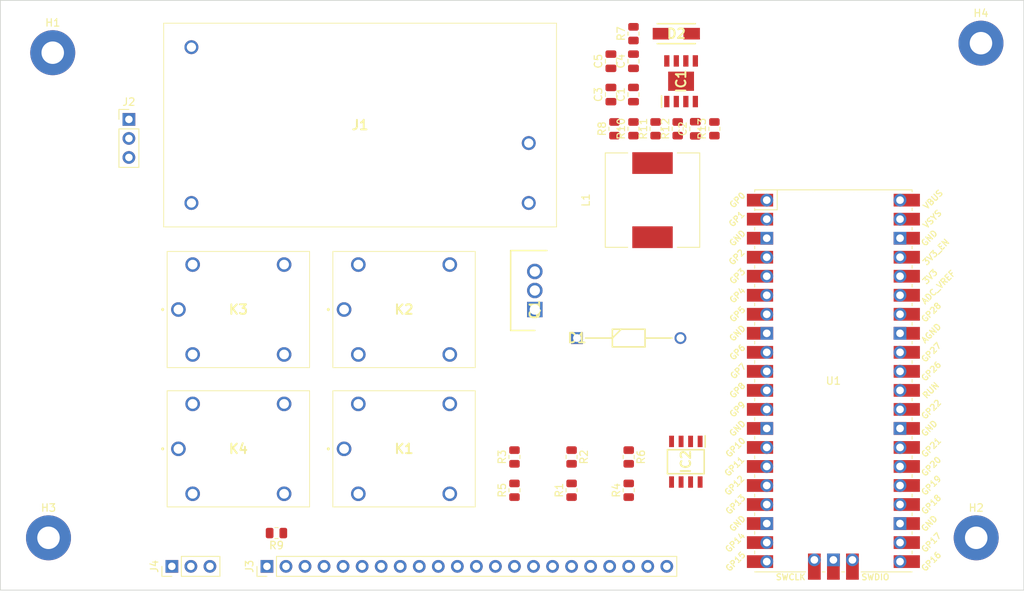
<source format=kicad_pcb>
(kicad_pcb (version 20211014) (generator pcbnew)
  (layers (0 "F.Cu" signal) (31 "B.Cu" signal) (34 "B.Paste" user) (35 "F.Paste" user) (36 "B.SilkS" user "B.Silkscreen") (37 "F.SilkS" user "F.Silkscreen") (38 "B.Mask" user) (39 "F.Mask" user) (44 "Edge.Cuts" user))
  (net 0 "")
  (net 1 "Net-(C1-Pad1)")
  (net 2 "Net-(C1-Pad2)")
  (net 3 "GND")
  (net 4 "Net-(C3-Pad1)")
  (net 5 "Net-(C3-Pad2)")
  (net 6 "24V")
  (net 7 "5V")
  (net 8 "COND")
  (net 9 "Net-(H1-Pad1)")
  (net 10 "Net-(IC1-Pad2)")
  (net 11 "Net-(IC1-Pad4)")
  (net 12 "Net-(IC1-Pad6)")
  (net 13 "RO")
  (net 14 "RE")
  (net 15 "DE")
  (net 16 "DI")
  (net 17 "A")
  (net 18 "B")
  (net 19 "L1")
  (net 20 "N")
  (net 21 "AlarmNC2")
  (net 22 "AlarmNO2")
  (net 23 "AlarmC2")
  (net 24 "AlarmNC1")
  (net 25 "AlarmNO1")
  (net 26 "AlarmC1")
  (net 27 "ZDSENSE")
  (net 28 "4-20mA input")
  (net 29 "PressureOUT")
  (net 30 "PressureIN")
  (net 31 "G")
  (net 32 "R")
  (net 33 "Net-(K1-Pad2)")
  (net 34 "3v3")
  (net 35 "ZD")
  (net 37 "ALARM")
  (net 38 "PSin")
  (net 39 "PSout")
  (footprint "Resistor_SMD:R_0805_2012Metric" (layer "F.Cu") (at 158.115 116.205 90)
    (fp_text reference "R3" (at 0 -1.65 90) (layer "F.SilkS"))
    (fp_text value "150")
    (fp_line (start -0.227064 -0.735) (end 0.227064 -0.735) (layer "F.SilkS") (width 0.12))
    (fp_line (start -0.227064 0.735) (end 0.227064 0.735) (layer "F.SilkS") (width 0.12))
    (pad "1" smd roundrect (at -0.9125 0 90) (size 1.025 1.4) (layers "F.Cu" "F.Paste" "F.Mask") (roundrect_rratio 0.243902439) (net 28 "4-20mA input"))
    (pad "2" smd roundrect (at 0.9125 0 90) (size 1.025 1.4) (layers "F.Cu" "F.Paste" "F.Mask") (roundrect_rratio 0.243902439) (net 3 "GND"))
  )
  (footprint "Capacitor_SMD:C_0805_2012Metric" (layer "F.Cu") (at 182.245 72.39 90)
    (fp_text reference "C2" (at 0 -1.68 90) (layer "F.SilkS"))
    (fp_text value "NS")
    (fp_line (start -0.261252 0.735) (end 0.261252 0.735) (layer "F.SilkS") (width 0.12))
    (fp_line (start -0.261252 -0.735) (end 0.261252 -0.735) (layer "F.SilkS") (width 0.12))
    (pad "1" smd roundrect (at -0.95 0 90) (size 1 1.45) (layers "F.Cu" "F.Paste" "F.Mask") (net 1 "Net-(C1-Pad1)"))
    (pad "2" smd roundrect (at 0.95 0 90) (size 1 1.45) (layers "F.Cu" "F.Paste" "F.Mask") (net 3 "GND"))
  )
  (footprint "MountingHole:MountingHole_3mm_Pad" (layer "F.Cu") (at 95.955 127)
    (fp_text reference "H3" (at 0 -4) (layer "F.SilkS"))
    (fp_text value "PE")
    (pad "1" thru_hole circle (at 0 0) (size 6 6) (drill 3) (layers *.Cu *.Mask) (net 9 "Net-(H1-Pad1)"))
  )
  (footprint "SamacSys_Parts:SOIC127P600X175-8N" (layer "F.Cu") (at 180.975 116.84 -90)
    (fp_text reference "IC2" (at 0 0 90) (layer "F.SilkS") (effects (font (size 1.27 1.27) (thickness 0.254))))
    (fp_text value "MAX485CSA+T" hide)
    (fp_line (start -1.6 -2.45) (end 1.6 -2.45) (layer "F.SilkS") (width 0.2))
    (fp_line (start -3.475 -2.58) (end -1.95 -2.58) (layer "F.SilkS") (width 0.2))
    (fp_line (start 1.6 2.45) (end -1.6 2.45) (layer "F.SilkS") (width 0.2))
    (fp_line (start -1.6 2.45) (end -1.6 -2.45) (layer "F.SilkS") (width 0.2))
    (fp_line (start 1.6 -2.45) (end 1.6 2.45) (layer "F.SilkS") (width 0.2))
    (pad "1" smd rect locked (at -2.712 -1.905) (size 0.65 1.525) (layers "F.Cu" "F.Paste" "F.Mask") (net 13 "RO"))
    (pad "2" smd rect locked (at -2.712 -0.635) (size 0.65 1.525) (layers "F.Cu" "F.Paste" "F.Mask") (net 14 "RE"))
    (pad "3" smd rect locked (at -2.712 0.635) (size 0.65 1.525) (layers "F.Cu" "F.Paste" "F.Mask") (net 15 "DE"))
    (pad "4" smd rect locked (at -2.712 1.905) (size 0.65 1.525) (layers "F.Cu" "F.Paste" "F.Mask") (net 16 "DI"))
    (pad "5" smd rect locked (at 2.712 1.905) (size 0.65 1.525) (layers "F.Cu" "F.Paste" "F.Mask") (net 3 "GND"))
    (pad "6" smd rect locked (at 2.712 0.635) (size 0.65 1.525) (layers "F.Cu" "F.Paste" "F.Mask") (net 17 "A"))
    (pad "7" smd rect locked (at 2.712 -0.635) (size 0.65 1.525) (layers "F.Cu" "F.Paste" "F.Mask") (net 18 "B"))
    (pad "8" smd rect locked (at 2.712 -1.905) (size 0.65 1.525) (layers "F.Cu" "F.Paste" "F.Mask") (net 7 "5V"))
  )
  (footprint "Resistor_SMD:R_0805_2012Metric" (layer "F.Cu") (at 179.89 72.39 90)
    (fp_text reference "R12" (at 0 -1.65 90) (layer "F.SilkS"))
    (fp_text value "40.2k")
    (fp_line (start -0.227064 0.735) (end 0.227064 0.735) (layer "F.SilkS") (width 0.12))
    (fp_line (start -0.227064 -0.735) (end 0.227064 -0.735) (layer "F.SilkS") (width 0.12))
    (pad "1" smd roundrect (at -0.9125 0 90) (size 1.025 1.4) (layers "F.Cu" "F.Paste" "F.Mask") (roundrect_rratio 0.243902439) (net 11 "Net-(IC1-Pad4)"))
    (pad "2" smd roundrect (at 0.9125 0 90) (size 1.025 1.4) (layers "F.Cu" "F.Paste" "F.Mask") (roundrect_rratio 0.243902439) (net 3 "GND"))
  )
  (footprint "SamacSys_Parts:833H1CC24VDC" (layer "F.Cu") (at 113.285 115.12)
    (fp_text reference "K4" (at 8 0) (layer "F.SilkS") (effects (font (size 1.27 1.27) (thickness 0.254))))
    (fp_text value "833H-1C-C-24VDC" hide)
    (fp_line (start -2.1 -0.1) (end -2.1 -0.1) (layer "F.SilkS") (width 0.2))
    (fp_line (start -1.5 -7.75) (end -1.5 7.75) (layer "F.SilkS") (width 0.1))
    (fp_line (start 17.5 7.75) (end 17.5 -7.75) (layer "F.SilkS") (width 0.1))
    (fp_line (start -1.5 7.75) (end 17.5 7.75) (layer "F.SilkS") (width 0.1))
    (fp_line (start -2.1 0.1) (end -2.1 0.1) (layer "F.SilkS") (width 0.2))
    (fp_line (start 17.5 -7.75) (end -1.5 -7.75) (layer "F.SilkS") (width 0.1))
    (fp_arc (start -2.1 0.1) (mid -2.2 0) (end -2.1 -0.1) (layer "F.SilkS") (width 0.2))
    (fp_arc (start -2.1 -0.1) (mid -2 0) (end -2.1 0.1) (layer "F.SilkS") (width 0.2))
    (pad "1" thru_hole circle locked (at 0 0) (size 1.95 1.95) (drill 1.3) (layers *.Cu *.Mask) (net 6 "24V"))
    (pad "2" thru_hole circle locked (at 1.9 6) (size 1.95 1.95) (drill 1.3) (layers *.Cu *.Mask) (net 33 "Net-(K1-Pad2)"))
    (pad "3" thru_hole circle locked (at 14.1 6) (size 1.95 1.95) (drill 1.3) (layers *.Cu *.Mask) (net 31 "G"))
    (pad "4" thru_hole circle locked (at 14.1 -6) (size 1.95 1.95) (drill 1.3) (layers *.Cu *.Mask) (net 32 "R"))
    (pad "5" thru_hole circle locked (at 1.9 -6) (size 1.95 1.95) (drill 1.3) (layers *.Cu *.Mask) (net 3 "GND"))
  )
  (footprint "Resistor_SMD:R_0805_2012Metric" (layer "F.Cu") (at 173.355 116.205 -90)
    (fp_text reference "R6" (at 0 -1.65 90) (layer "F.SilkS"))
    (fp_text value "2k")
    (fp_line (start -0.227064 0.735) (end 0.227064 0.735) (layer "F.SilkS") (width 0.12))
    (fp_line (start -0.227064 -0.735) (end 0.227064 -0.735) (layer "F.SilkS") (width 0.12))
    (pad "1" smd roundrect (at -0.9125 0 270) (size 1.025 1.4) (layers "F.Cu" "F.Paste" "F.Mask") (roundrect_rratio 0.243902439) (net 3 "GND"))
    (pad "2" smd roundrect (at 0.9125 0 270) (size 1.025 1.4) (layers "F.Cu" "F.Paste" "F.Mask") (roundrect_rratio 0.243902439) (net 39 "PSout"))
  )
  (footprint "Resistor_SMD:R_0805_2012Metric" (layer "F.Cu") (at 165.735 120.65 90)
    (fp_text reference "R1" (at 0 -1.65 90) (layer "F.SilkS"))
    (fp_text value "1k")
    (fp_line (start -0.227064 0.735) (end 0.227064 0.735) (layer "F.SilkS") (width 0.12))
    (fp_line (start -0.227064 -0.735) (end 0.227064 -0.735) (layer "F.SilkS") (width 0.12))
    (pad "1" smd roundrect (at -0.9125 0 90) (size 1.025 1.4) (layers "F.Cu" "F.Paste" "F.Mask") (roundrect_rratio 0.243902439) (net 30 "PressureIN"))
    (pad "2" smd roundrect (at 0.9125 0 90) (size 1.025 1.4) (layers "F.Cu" "F.Paste" "F.Mask") (roundrect_rratio 0.243902439) (net 38 "PSin"))
  )
  (footprint "Capacitor_SMD:C_0805_2012Metric" (layer "F.Cu") (at 173.99 63.37 90)
    (fp_text reference "C4" (at 0 -1.68 90) (layer "F.SilkS"))
    (fp_text value "10uF")
    (fp_line (start -0.261252 -0.735) (end 0.261252 -0.735) (layer "F.SilkS") (width 0.12))
    (fp_line (start -0.261252 0.735) (end 0.261252 0.735) (layer "F.SilkS") (width 0.12))
    (pad "1" smd roundrect (at -0.95 0 90) (size 1 1.45) (layers "F.Cu" "F.Paste" "F.Mask") (net 6 "24V"))
    (pad "2" smd roundrect (at 0.95 0 90) (size 1 1.45) (layers "F.Cu" "F.Paste" "F.Mask") (net 3 "GND"))
  )
  (footprint "SamacSys_Parts:SOIC127P600X170-9N" (layer "F.Cu") (at 180.34 66.04 90)
    (fp_text reference "IC1" (at 0 0 90) (layer "F.SilkS") (effects (font (size 1.27 1.27) (thickness 0.254))))
    (fp_text value "MP4462DN-Z-LF" hide)
    (fp_line (start -3.475 -2.605) (end -1.95 -2.605) (layer "F.SilkS") (width 0.2))
    (pad "1" smd rect locked (at -2.712 -1.905 180) (size 0.7 1.525) (layers "F.Cu" "F.Paste" "F.Mask") (net 4 "Net-(C3-Pad1)"))
    (pad "2" smd rect locked (at -2.712 -0.635 180) (size 0.7 1.525) (layers "F.Cu" "F.Paste" "F.Mask") (net 10 "Net-(IC1-Pad2)"))
    (pad "3" smd rect locked (at -2.712 0.635 180) (size 0.7 1.525) (layers "F.Cu" "F.Paste" "F.Mask") (net 1 "Net-(C1-Pad1)"))
    (pad "4" smd rect locked (at -2.712 1.905 180) (size 0.7 1.525) (layers "F.Cu" "F.Paste" "F.Mask") (net 11 "Net-(IC1-Pad4)"))
    (pad "5" smd rect locked (at 2.712 1.905 180) (size 0.7 1.525) (layers "F.Cu" "F.Paste" "F.Mask") (net 3 "GND"))
    (pad "6" smd rect locked (at 2.712 0.635 180) (size 0.7 1.525) (layers "F.Cu" "F.Paste" "F.Mask") (net 12 "Net-(IC1-Pad6)"))
    (pad "7" smd rect locked (at 2.712 -0.635 180) (size 0.7 1.525) (layers "F.Cu" "F.Paste" "F.Mask") (net 6 "24V"))
    (pad "8" smd rect locked (at 2.712 -1.905 180) (size 0.7 1.525) (layers "F.Cu" "F.Paste" "F.Mask") (net 5 "Net-(C3-Pad2)"))
    (pad "9" smd rect locked (at 0 0 90) (size 2.56 3.45) (layers "F.Cu" "F.Paste" "F.Mask") (net 3 "GND"))
  )
  (footprint "SamacSys_Parts:DIONM5127X229N" (layer "F.Cu") (at 179.705 59.69)
    (fp_text reference "D2" (at 0 0) (layer "F.SilkS") (effects (font (size 1.27 1.27) (thickness 0.254))))
    (fp_text value "lowfd" hide)
    (fp_line (start 2.545 -1.332) (end -2.545 -1.332) (layer "F.SilkS") (width 0.2))
    (fp_line (start -2.545 1.332) (end 2.545 1.332) (layer "F.SilkS") (width 0.2))
    (pad "1" smd rect locked (at -2.05 0 90) (size 1.55 2.2) (layers "F.Cu" "F.Paste" "F.Mask") (net 5 "Net-(C3-Pad2)"))
    (pad "2" smd rect locked (at 2.05 0 90) (size 1.55 2.2) (layers "F.Cu" "F.Paste" "F.Mask") (net 3 "GND"))
  )
  (footprint "SamacSys_Parts:DIOAD1380W86L436D236" (layer "F.Cu") (at 166.4555 100.33)
    (fp_text reference "D1" (at 0 0) (layer "F.SilkS") (effects (font (size 1.27 1.27) (thickness 0.254))))
    (fp_text value "1N4733A" hide)
    (fp_line (start 1.138 0) (end 4.722 0) (layer "F.SilkS") (width 0.2))
    (fp_line (start 4.722 -1.18) (end 9.078 -1.18) (layer "F.SilkS") (width 0.2))
    (fp_line (start 9.078 -1.18) (end 9.078 1.18) (layer "F.SilkS") (width 0.2))
    (fp_line (start 9.078 1.18) (end 4.722 1.18) (layer "F.SilkS") (width 0.2))
    (fp_line (start 4.722 0) (end 5.902 -1.18) (layer "F.SilkS") (width 0.2))
    (fp_line (start 4.722 1.18) (end 4.722 -1.18) (layer "F.SilkS") (width 0.2))
    (fp_line (start 9.078 0) (end 12.662 0) (layer "F.SilkS") (width 0.2))
    (pad "1" thru_hole rect locked (at 0 0) (size 1.575 1.575) (drill 1.05) (layers *.Cu *.Mask) (net 8 "COND"))
    (pad "2" thru_hole circle locked (at 13.8 0) (size 1.575 1.575) (drill 1.05) (layers *.Cu *.Mask) (net 3 "GND"))
  )
  (footprint "Resistor_SMD:R_0805_2012Metric" (layer "F.Cu") (at 173.99 72.39 90)
    (fp_text reference "R10" (at 0 -1.65 90) (layer "F.SilkS"))
    (fp_text value "100K")
    (fp_line (start -0.227064 0.735) (end 0.227064 0.735) (layer "F.SilkS") (width 0.12))
    (fp_line (start -0.227064 -0.735) (end 0.227064 -0.735) (layer "F.SilkS") (width 0.12))
    (pad "1" smd roundrect (at -0.9125 0 90) (size 1.025 1.4) (layers "F.Cu" "F.Paste" "F.Mask") (roundrect_rratio 0.243902439) (net 2 "Net-(C1-Pad2)"))
    (pad "2" smd roundrect (at 0.9125 0 90) (size 1.025 1.4) (layers "F.Cu" "F.Paste" "F.Mask") (roundrect_rratio 0.243902439) (net 3 "GND"))
  )
  (footprint "MountingHole:MountingHole_3mm_Pad" (layer "F.Cu") (at 220.345 60.96)
    (fp_text reference "H4" (at 0 -4) (layer "F.SilkS"))
    (fp_text value "PE")
    (pad "1" thru_hole circle (at 0 0) (size 6 6) (drill 3) (layers *.Cu *.Mask) (net 9 "Net-(H1-Pad1)"))
  )
  (footprint "Resistor_SMD:R_0805_2012Metric" (layer "F.Cu") (at 176.94 72.39 90)
    (fp_text reference "R11" (at 0 -1.65 90) (layer "F.SilkS"))
    (fp_text value "200k")
    (fp_line (start -0.227064 0.735) (end 0.227064 0.735) (layer "F.SilkS") (width 0.12))
    (fp_line (start -0.227064 -0.735) (end 0.227064 -0.735) (layer "F.SilkS") (width 0.12))
    (pad "1" smd roundrect (at -0.9125 0 90) (size 1.025 1.4) (layers "F.Cu" "F.Paste" "F.Mask") (roundrect_rratio 0.243902439) (net 12 "Net-(IC1-Pad6)"))
    (pad "2" smd roundrect (at 0.9125 0 90) (size 1.025 1.4) (layers "F.Cu" "F.Paste" "F.Mask") (roundrect_rratio 0.243902439) (net 3 "GND"))
  )
  (footprint "SamacSys_Parts:833H1CC24VDC" (layer "F.Cu") (at 135.385 115.12)
    (fp_text reference "K1" (at 8 0) (layer "F.SilkS") (effects (font (size 1.27 1.27) (thickness 0.254))))
    (fp_text value "833H-1C-C-24VDC" hide)
    (fp_line (start -1.5 -7.75) (end -1.5 7.75) (layer "F.SilkS") (width 0.1))
    (fp_line (start -2.1 -0.1) (end -2.1 -0.1) (layer "F.SilkS") (width 0.2))
    (fp_line (start -2.1 0.1) (end -2.1 0.1) (layer "F.SilkS") (width 0.2))
    (fp_line (start -1.5 7.75) (end 17.5 7.75) (layer "F.SilkS") (width 0.1))
    (fp_line (start 17.5 7.75) (end 17.5 -7.75) (layer "F.SilkS") (width 0.1))
    (fp_line (start 17.5 -7.75) (end -1.5 -7.75) (layer "F.SilkS") (width 0.1))
    (fp_arc (start -2.1 -0.1) (mid -2 0) (end -2.1 0.1) (layer "F.SilkS") (width 0.2))
    (fp_arc (start -2.1 0.1) (mid -2.2 0) (end -2.1 -0.1) (layer "F.SilkS") (width 0.2))
    (pad "1" thru_hole circle locked (at 0 0) (size 1.95 1.95) (drill 1.3) (layers *.Cu *.Mask) (net 26 "AlarmC1"))
    (pad "2" thru_hole circle locked (at 1.9 6) (size 1.95 1.95) (drill 1.3) (layers *.Cu *.Mask) (net 33 "Net-(K1-Pad2)"))
    (pad "3" thru_hole circle locked (at 14.1 6) (size 1.95 1.95) (drill 1.3) (layers *.Cu *.Mask) (net 25 "AlarmNO1"))
    (pad "4" thru_hole circle locked (at 14.1 -6) (size 1.95 1.95) (drill 1.3) (layers *.Cu *.Mask) (net 24 "AlarmNC1"))
    (pad "5" thru_hole circle locked (at 1.9 -6) (size 1.95 1.95) (drill 1.3) (layers *.Cu *.Mask) (net 3 "GND"))
  )
  (footprint "Resistor_SMD:R_0805_2012Metric" (layer "F.Cu") (at 126.365 126.365 180)
    (fp_text reference "R9" (at 0 -1.65) (layer "F.SilkS"))
    (fp_text value "120")
    (fp_line (start -0.227064 -0.735) (end 0.227064 -0.735) (layer "F.SilkS") (width 0.12))
    (fp_line (start -0.227064 0.735) (end 0.227064 0.735) (layer "F.SilkS") (width 0.12))
    (pad "1" smd roundrect (at -0.9125 0 180) (size 1.025 1.4) (layers "F.Cu" "F.Paste" "F.Mask") (roundrect_rratio 0.243902439) (net 18 "B"))
    (pad "2" smd roundrect (at 0.9125 0 180) (size 1.025 1.4) (layers "F.Cu" "F.Paste" "F.Mask") (roundrect_rratio 0.243902439) (net 17 "A"))
  )
  (footprint "Connector_PinHeader_2.54mm:PinHeader_1x03_P2.54mm_Vertical" (layer "F.Cu") (at 112.41 130.81 90)
    (fp_text reference "J4" (at 0 -2.33 90) (layer "F.SilkS"))
    (fp_text value "LED")
    (fp_line (start 1.33 1.27) (end 1.33 6.41) (layer "F.SilkS") (width 0.12))
    (fp_line (start -1.33 6.41) (end 1.33 6.41) (layer "F.SilkS") (width 0.12))
    (fp_line (start -1.33 0) (end -1.33 -1.33) (layer "F.SilkS") (width 0.12))
    (fp_line (start -1.33 1.27) (end -1.33 6.41) (layer "F.SilkS") (width 0.12))
    (fp_line (start -1.33 -1.33) (end 0 -1.33) (layer "F.SilkS") (width 0.12))
    (fp_line (start -1.33 1.27) (end 1.33 1.27) (layer "F.SilkS") (width 0.12))
    (pad "1" thru_hole rect (at 0 0 90) (size 1.7 1.7) (drill 1) (layers *.Cu *.Mask) (net 3 "GND"))
    (pad "2" thru_hole oval (at 0 2.54 90) (size 1.7 1.7) (drill 1) (layers *.Cu *.Mask) (net 31 "G"))
    (pad "3" thru_hole oval (at 0 5.08 90) (size 1.7 1.7) (drill 1) (layers *.Cu *.Mask) (net 32 "R"))
  )
  (footprint "Capacitor_SMD:C_0805_2012Metric" (layer "F.Cu") (at 170.98 67.82 90)
    (fp_text reference "C3" (at 0 -1.68 90) (layer "F.SilkS"))
    (fp_text value "100nF")
    (fp_line (start -0.261252 0.735) (end 0.261252 0.735) (layer "F.SilkS") (width 0.12))
    (fp_line (start -0.261252 -0.735) (end 0.261252 -0.735) (layer "F.SilkS") (width 0.12))
    (pad "1" smd roundrect (at -0.95 0 90) (size 1 1.45) (layers "F.Cu" "F.Paste" "F.Mask") (net 4 "Net-(C3-Pad1)"))
    (pad "2" smd roundrect (at 0.95 0 90) (size 1 1.45) (layers "F.Cu" "F.Paste" "F.Mask") (net 5 "Net-(C3-Pad2)"))
  )
  (footprint "Resistor_SMD:R_0805_2012Metric" (layer "F.Cu") (at 165.735 116.205 -90)
    (fp_text reference "R2" (at 0 -1.65 90) (layer "F.SilkS"))
    (fp_text value "2k")
    (fp_line (start -0.227064 -0.735) (end 0.227064 -0.735) (layer "F.SilkS") (width 0.12))
    (fp_line (start -0.227064 0.735) (end 0.227064 0.735) (layer "F.SilkS") (width 0.12))
    (pad "1" smd roundrect (at -0.9125 0 270) (size 1.025 1.4) (layers "F.Cu" "F.Paste" "F.Mask") (roundrect_rratio 0.243902439) (net 3 "GND"))
    (pad "2" smd roundrect (at 0.9125 0 270) (size 1.025 1.4) (layers "F.Cu" "F.Paste" "F.Mask") (roundrect_rratio 0.243902439) (net 38 "PSin"))
  )
  (footprint "Capacitor_SMD:C_0805_2012Metric" (layer "F.Cu") (at 170.98 63.37 90)
    (fp_text reference "C5" (at 0 -1.68 90) (layer "F.SilkS"))
    (fp_text value "22uF")
    (fp_line (start -0.261252 0.735) (end 0.261252 0.735) (layer "F.SilkS") (width 0.12))
    (fp_line (start -0.261252 -0.735) (end 0.261252 -0.735) (layer "F.SilkS") (width 0.12))
    (pad "1" smd roundrect (at -0.95 0 90) (size 1 1.45) (layers "F.Cu" "F.Paste" "F.Mask") (net 7 "5V"))
    (pad "2" smd roundrect (at 0.95 0 90) (size 1 1.45) (layers "F.Cu" "F.Paste" "F.Mask") (net 3 "GND"))
  )
  (footprint "Connector_PinHeader_2.54mm:PinHeader_1x22_P2.54mm_Vertical" (layer "F.Cu") (at 125.095 130.81 90)
    (fp_text reference "J3" (at 0 -2.33 90) (layer "F.SilkS"))
    (fp_text value "Connections")
    (fp_line (start -1.33 1.27) (end -1.33 54.67) (layer "F.SilkS") (width 0.12))
    (fp_line (start -1.33 54.67) (end 1.33 54.67) (layer "F.SilkS") (width 0.12))
    (fp_line (start -1.33 -1.33) (end 0 -1.33) (layer "F.SilkS") (width 0.12))
    (fp_line (start 1.33 1.27) (end 1.33 54.67) (layer "F.SilkS") (width 0.12))
    (fp_line (start -1.33 0) (end -1.33 -1.33) (layer "F.SilkS") (width 0.12))
    (fp_line (start -1.33 1.27) (end 1.33 1.27) (layer "F.SilkS") (width 0.12))
    (pad "1" thru_hole rect (at 0 0 90) (size 1.7 1.7) (drill 1) (layers *.Cu *.Mask) (net 17 "A"))
    (pad "2" thru_hole oval (at 0 2.54 90) (size 1.7 1.7) (drill 1) (layers *.Cu *.Mask) (net 18 "B"))
    (pad "3" thru_hole oval (at 0 5.08 90) (size 1.7 1.7) (drill 1) (layers *.Cu *.Mask) (net 3 "GND"))
    (pad "4" thru_hole oval (at 0 7.62 90) (size 1.7 1.7) (drill 1) (layers *.Cu *.Mask) (net 21 "AlarmNC2"))
    (pad "5" thru_hole oval (at 0 10.16 90) (size 1.7 1.7) (drill 1) (layers *.Cu *.Mask) (net 22 "AlarmNO2"))
    (pad "6" thru_hole oval (at 0 12.7 90) (size 1.7 1.7) (drill 1) (layers *.Cu *.Mask) (net 23 "AlarmC2"))
    (pad "7" thru_hole oval (at 0 15.24 90) (size 1.7 1.7) (drill 1) (layers *.Cu *.Mask) (net 24 "AlarmNC1"))
    (pad "8" thru_hole oval (at 0 17.78 90) (size 1.7 1.7) (drill 1) (layers *.Cu *.Mask) (net 25 "AlarmNO1"))
    (pad "9" thru_hole oval (at 0 20.32 90) (size 1.7 1.7) (drill 1) (layers *.Cu *.Mask) (net 26 "AlarmC1"))
    (pad "10" thru_hole oval (at 0 22.86 90) (size 1.7 1.7) (drill 1) (layers *.Cu *.Mask) (net 6 "24V"))
    (pad "11" thru_hole oval (at 0 25.4 90) (size 1.7 1.7) (drill 1) (layers *.Cu *.Mask) (net 3 "GND"))
    (pad "12" thru_hole oval (at 0 27.94 90) (size 1.7 1.7) (drill 1) (layers *.Cu *.Mask))
    (pad "13" thru_hole oval (at 0 30.48 90) (size 1.7 1.7) (drill 1) (layers *.Cu *.Mask) (net 27 "ZDSENSE"))
    (pad "14" thru_hole oval (at 0 33.02 90) (size 1.7 1.7) (drill 1) (layers *.Cu *.Mask) (net 28 "4-20mA input"))
    (pad "15" thru_hole oval (at 0 35.56 90) (size 1.7 1.7) (drill 1) (layers *.Cu *.Mask) (net 6 "24V"))
    (pad "16" thru_hole oval (at 0 38.1 90) (size 1.7 1.7) (drill 1) (layers *.Cu *.Mask) (net 3 "GND"))
    (pad "17" thru_hole oval (at 0 40.64 90) (size 1.7 1.7) (drill 1) (layers *.Cu *.Mask) (net 30 "PressureIN"))
    (pad "18" thru_hole oval (at 0 43.18 90) (size 1.7 1.7) (drill 1) (layers *.Cu *.Mask) (net 7 "5V"))
    (pad "19" thru_hole oval (at 0 45.72 90) (size 1.7 1.7) (drill 1) (layers *.Cu *.Mask) (net 3 "GND"))
    (pad "20" thru_hole oval (at 0 48.26 90) (size 1.7 1.7) (drill 1) (layers *.Cu *.Mask) (net 29 "PressureOUT"))
    (pad "21" thru_hole oval (at 0 50.8 90) (size 1.7 1.7) (drill 1) (layers *.Cu *.Mask) (net 7 "5V"))
    (pad "22" thru_hole oval (at 0 53.34 90) (size 1.7 1.7) (drill 1) (layers *.Cu *.Mask) (net 3 "GND"))
  )
  (footprint "Resistor_SMD:R_0805_2012Metric" (layer "F.Cu") (at 184.785 72.39 90)
    (fp_text reference "R13" (at 0 -1.65 90) (layer "F.SilkS"))
    (fp_text value "210k")
    (fp_line (start -0.227064 0.735) (end 0.227064 0.735) (layer "F.SilkS") (width 0.12))
    (fp_line (start -0.227064 -0.735) (end 0.227064 -0.735) (layer "F.SilkS") (width 0.12))
    (pad "1" smd roundrect (at -0.9125 0 90) (size 1.025 1.4) (layers "F.Cu" "F.Paste" "F.Mask") (roundrect_rratio 0.243902439) (net 11 "Net-(IC1-Pad4)"))
    (pad "2" smd roundrect (at 0.9125 0 90) (size 1.025 1.4) (layers "F.Cu" "F.Paste" "F.Mask") (roundrect_rratio 0.243902439) (net 7 "5V"))
  )
  (footprint "SamacSys_Parts:833H1CC24VDC" (layer "F.Cu") (at 113.285 96.52)
    (fp_text reference "K3" (at 8 0) (layer "F.SilkS") (effects (font (size 1.27 1.27) (thickness 0.254))))
    (fp_text value "833H-1C-C-24VDC" hide)
    (fp_line (start 17.5 7.75) (end 17.5 -7.75) (layer "F.SilkS") (width 0.1))
    (fp_line (start -1.5 7.75) (end 17.5 7.75) (layer "F.SilkS") (width 0.1))
    (fp_line (start -1.5 -7.75) (end -1.5 7.75) (layer "F.SilkS") (width 0.1))
    (fp_line (start -2.1 0.1) (end -2.1 0.1) (layer "F.SilkS") (width 0.2))
    (fp_line (start -2.1 -0.1) (end -2.1 -0.1) (layer "F.SilkS") (width 0.2))
    (fp_line (start 17.5 -7.75) (end -1.5 -7.75) (layer "F.SilkS") (width 0.1))
    (fp_arc (start -2.1 0.1) (mid -2.2 0) (end -2.1 -0.1) (layer "F.SilkS") (width 0.2))
    (fp_arc (start -2.1 -0.1) (mid -2 0) (end -2.1 0.1) (layer "F.SilkS") (width 0.2))
    (pad "1" thru_hole circle locked (at 0 0) (size 1.95 1.95) (drill 1.3) (layers *.Cu *.Mask) (net 34 "3v3"))
    (pad "2" thru_hole circle locked (at 1.9 6) (size 1.95 1.95) (drill 1.3) (layers *.Cu *.Mask) (net 27 "ZDSENSE"))
    (pad "3" thru_hole circle locked (at 14.1 6) (size 1.95 1.95) (drill 1.3) (layers *.Cu *.Mask) (net 35 "ZD"))
    (pad "4" thru_hole circle locked (at 14.1 -6) (size 1.95 1.95) (drill 1.3) (layers *.Cu *.Mask))
    (pad "5" thru_hole circle locked (at 1.9 -6) (size 1.95 1.95) (drill 1.3) (layers *.Cu *.Mask) (net 3 "GND"))
  )
  (footprint "MountingHole:MountingHole_3mm_Pad" (layer "F.Cu") (at 96.52 62.23)
    (fp_text reference "H1" (at 0 -4) (layer "F.SilkS"))
    (fp_text value "PE")
    (pad "1" thru_hole circle (at 0 0) (size 6 6) (drill 3) (layers *.Cu *.Mask) (net 9 "Net-(H1-Pad1)"))
  )
  (footprint "MCU_RaspberryPi_and_Boards:RPi_Pico_SMD_TH" (layer "F.Cu") (at 200.66 106.045)
    (fp_text reference "U1" (at 0 0) (layer "F.SilkS"))
    (fp_text value "Pico")
    (fp_text user "VSYS" (at 13.2 -21.59 45) (layer "F.SilkS") (effects (font (size 0.8 0.8))))
    (fp_text user "GP27" (at 13.054 -3.8 45) (layer "F.SilkS") (effects (font (size 0.8 0.8))))
    (fp_text user "GP1" (at -12.9 -21.6 45) (layer "F.SilkS") (effects (font (size 0.8 0.8))))
    (fp_text user "RUN" (at 13 1.27 45) (layer "F.SilkS") (effects (font (size 0.8 0.8))))
    (fp_text user "GP21" (at 13.054 8.9 45) (layer "F.SilkS") (effects (font (size 0.8 0.8))))
    (fp_text user "GP16" (at 13.054 24.13 45) (layer "F.SilkS") (effects (font (size 0.8 0.8))))
    (fp_text user "SWCLK" (at -5.7 26.2) (layer "F.SilkS") (effects (font (size 0.8 0.8))))
    (fp_text user "GP28" (at 13.054 -9.144 45) (layer "F.SilkS") (effects (font (size 0.8 0.8))))
    (fp_text user "GP9" (at -12.8 3.81 45) (layer "F.SilkS") (effects (font (size 0.8 0.8))))
    (fp_text user "GND" (at -12.8 19.05 45) (layer "F.SilkS") (effects (font (size 0.8 0.8))))
    (fp_text user "GP17" (at 13.054 21.59 45) (layer "F.SilkS") (effects (font (size 0.8 0.8))))
    (fp_text user "GP4" (at -12.8 -11.43 45) (layer "F.SilkS") (effects (font (size 0.8 0.8))))
    (fp_text user "GP26" (at 13.054 -1.27 45) (layer "F.SilkS") (effects (font (size 0.8 0.8))))
    (fp_text user "GP12" (at -13.2 13.97 45) (layer "F.SilkS") (effects (font (size 0.8 0.8))))
    (fp_text user "GND" (at -12.8 -19.05 45) (layer "F.SilkS") (effects (font (size 0.8 0.8))))
    (fp_text user "GND" (at -12.8 6.35 45) (layer "F.SilkS") (effects (font (size 0.8 0.8))))
    (fp_text user "GND" (at 12.8 -19.05 45) (layer "F.SilkS") (effects (font (size 0.8 0.8))))
    (fp_text user "3V3_EN" (at 13.7 -17.2 45) (layer "F.SilkS") (effects (font (size 0.8 0.8))))
    (fp_text user "GND" (at 12.8 19.05 45) (layer "F.SilkS") (effects (font (size 0.8 0.8))))
    (fp_text user "GP14" (at -13.1 21.59 45) (layer "F.SilkS") (effects (font (size 0.8 0.8))))
    (fp_text user "GP10" (at -13.054 8.89 45) (layer "F.SilkS") (effects (font (size 0.8 0.8))))
    (fp_text user "GP8" (at -12.8 1.27 45) (layer "F.SilkS") (effects (font (size 0.8 0.8))))
    (fp_text user "GP11" (at -13.2 11.43 45) (layer "F.SilkS") (effects (font (size 0.8 0.8))))
    (fp_text user "AGND" (at 13.054 -6.35 45) (layer "F.SilkS") (effects (font (size 0.8 0.8))))
    (fp_text user "GP3" (at -12.8 -13.97 45) (layer "F.SilkS") (effects (font (size 0.8 0.8))))
    (fp_text user "GP19" (at 13.054 13.97 45) (layer "F.SilkS") (effects (font (size 0.8 0.8))))
    (fp_text user "GP0" (at -12.8 -24.13 45) (layer "F.SilkS") (effects (font (size 0.8 0.8))))
    (fp_text user "GP2" (at -12.9 -16.51 45) (layer "F.SilkS") (effects (font (size 0.8 0.8))))
    (fp_text user "3V3" (at 12.9 -13.9 45) (layer "F.SilkS") (effects (font (size 0.8 0.8))))
    (fp_text user "GP18" (at 13.054 16.51 45) (layer "F.SilkS") (effects (font (size 0.8 0.8))))
    (fp_text user "GND" (at -12.8 -6.35 45) (layer "F.SilkS") (effects (font (size 0.8 0.8))))
    (fp_text user "GP20" (at 13.054 11.43 45) (layer "F.SilkS") (effects (font (size 0.8 0.8))))
    (fp_text user "SWDIO" (at 5.6 26.2) (layer "F.SilkS") (effects (font (size 0.8 0.8))))
    (fp_text user "GP22" (at 13.054 3.81 45) (layer "F.SilkS") (effects (font (size 0.8 0.8))))
    (fp_text user "GP15" (at -13.054 24.13 45) (layer "F.SilkS") (effects (font (size 0.8 0.8))))
    (fp_text user "ADC_VREF" (at 14 -12.5 45) (layer "F.SilkS") (effects (font (size 0.8 0.8))))
    (fp_text user "GP7" (at -12.7 -1.3 45) (layer "F.SilkS") (effects (font (size 0.8 0.8))))
    (fp_text user "GND" (at 12.8 6.35 45) (layer "F.SilkS") (effects (font (size 0.8 0.8))))
    (fp_text user "GP6" (at -12.8 -3.81 45) (layer "F.SilkS") (effects (font (size 0.8 0.8))))
    (fp_text user "GP5" (at -12.8 -8.89 45) (layer "F.SilkS") (effects (font (size 0.8 0.8))))
    (fp_text user "GP13" (at -13.054 16.51 45) (layer "F.SilkS") (effects (font (size 0.8 0.8))))
    (fp_text user "VBUS" (at 13.3 -24.2 45) (layer "F.SilkS") (effects (font (size 0.8 0.8))))
    (fp_line (start -10.5 -0.2) (end -10.5 0.2) (layer "F.SilkS") (width 0.12))
    (fp_line (start -7.493 -22.833) (end -7.493 -25.5) (layer "F.SilkS") (width 0.12))
    (fp_line (start 10.5 -18) (end 10.5 -17.6) (layer "F.SilkS") (width 0.12))
    (fp_line (start -1.5 25.5) (end -1.1 25.5) (layer "F.SilkS") (width 0.12))
    (fp_line (start 10.5 12.5) (end 10.5 12.9) (layer "F.SilkS") (width 0.12))
    (fp_line (start -10.5 -12.9) (end -10.5 -12.5) (layer "F.SilkS") (width 0.12))
    (fp_line (start 10.5 -5.3) (end 10.5 -4.9) (layer "F.SilkS") (width 0.12))
    (fp_line (start -10.5 -10.4) (end -10.5 -10) (layer "F.SilkS") (width 0.12))
    (fp_line (start 10.5 17.6) (end 10.5 18) (layer "F.SilkS") (width 0.12))
    (fp_line (start -10.5 7.4) (end -10.5 7.8) (layer "F.SilkS") (width 0.12))
    (fp_line (start -10.5 10) (end -10.5 10.4) (layer "F.SilkS") (width 0.12))
    (fp_line (start -10.5 4.9) (end -10.5 5.3) (layer "F.SilkS") (width 0.12))
    (fp_line (start -10.5 12.5) (end -10.5 12.9) (layer "F.SilkS") (width 0.12))
    (fp_line (start -10.5 15.1) (end -10.5 15.5) (layer "F.SilkS") (width 0.12))
    (fp_line (start -10.5 -5.3) (end -10.5 -4.9) (layer "F.SilkS") (width 0.12))
    (fp_line (start 10.5 -20.5) (end 10.5 -20.1) (layer "F.SilkS") (width 0.12))
    (fp_line (start 1.1 25.5) (end 1.5 25.5) (layer "F.SilkS") (width 0.12))
    (fp_line (start -10.5 22.7) (end -10.5 23.1) (layer "F.SilkS") (width 0.12))
    (fp_line (start -10.5 17.6) (end -10.5 18) (layer "F.SilkS") (width 0.12))
    (fp_line (start 10.5 -2.7) (end 10.5 -2.3) (layer "F.SilkS") (width 0.12))
    (fp_line (start 10.5 25.5) (end 3.7 25.5) (layer "F.SilkS") (width 0.12))
    (fp_line (start 10.5 -12.9) (end 10.5 -12.5) (layer "F.SilkS") (width 0.12))
    (fp_line (start -10.5 20.1) (end -10.5 20.5) (layer "F.SilkS") (width 0.12))
    (fp_line (start -10.5 -20.5) (end -10.5 -20.1) (layer "F.SilkS") (width 0.12))
    (fp_line (start 10.5 -10.4) (end 10.5 -10) (layer "F.SilkS") (width 0.12))
    (fp_line (start 10.5 2.3) (end 10.5 2.7) (layer "F.SilkS") (width 0.12))
    (fp_line (start 10.5 10) (end 10.5 10.4) (layer "F.SilkS") (width 0.12))
    (fp_line (start -10.5 -18) (end -10.5 -17.6) (layer "F.SilkS") (width 0.12))
    (fp_line (start -10.5 -7.8) (end -10.5 -7.4) (layer "F.SilkS") (width 0.12))
    (fp_line (start 10.5 -23.1) (end 10.5 -22.7) (layer "F.SilkS") (width 0.12))
    (fp_line (start -3.7 25.5) (end -10.5 25.5) (layer "F.SilkS") (width 0.12))
    (fp_line (start 10.5 -7.8) (end 10.5 -7.4) (layer "F.SilkS") (width 0.12))
    (fp_line (start 10.5 20.1) (end 10.5 20.5) (layer "F.SilkS") (width 0.12))
    (fp_line (start -10.5 -23.1) (end -10.5 -22.7) (layer "F.SilkS") (width 0.12))
    (fp_line (start -10.5 2.3) (end -10.5 2.7) (layer "F.SilkS") (width 0.12))
    (fp_line (start 10.5 7.4) (end 10.5 7.8) (layer "F.SilkS") (width 0.12))
    (fp_line (start 10.5 4.9) (end 10.5 5.3) (layer "F.SilkS") (width 0.12))
    (fp_line (start -10.5 -25.5) (end 10.5 -25.5) (layer "F.SilkS") (width 0.12))
    (fp_line (start 10.5 22.7) (end 10.5 23.1) (layer "F.SilkS") (width 0.12))
    (fp_line (start -10.5 -22.833) (end -7.493 -22.833) (layer "F.SilkS") (width 0.12))
    (fp_line (start -10.5 -15.4) (end -10.5 -15) (layer "F.SilkS") (width 0.12))
    (fp_line (start 10.5 -25.5) (end 10.5 -25.2) (layer "F.SilkS") (width 0.12))
    (fp_line (start 10.5 -15.4) (end 10.5 -15) (layer "F.SilkS") (width 0.12))
    (fp_line (start -10.5 -2.7) (end -10.5 -2.3) (layer "F.SilkS") (width 0.12))
    (fp_line (start 10.5 15.1) (end 10.5 15.5) (layer "F.SilkS") (width 0.12))
    (fp_line (start 10.5 -0.2) (end 10.5 0.2) (layer "F.SilkS") (width 0.12))
    (fp_line (start -10.5 -25.5) (end -10.5 -25.2) (layer "F.SilkS") (width 0.12))
    (pad "" np_thru_hole oval (at 2.425 -20.97) (size 1.5 1.5) (drill 1.5) (layers *.Cu *.Mask))
    (pad "" np_thru_hole oval (at 2.725 -24) (size 1.8 1.8) (drill 1.8) (layers *.Cu *.Mask))
    (pad "" np_thru_hole oval (at -2.725 -24) (size 1.8 1.8) (drill 1.8) (layers *.Cu *.Mask))
    (pad "" np_thru_hole oval (at -2.425 -20.97) (size 1.5 1.5) (drill 1.5) (layers *.Cu *.Mask))
    (pad "1" thru_hole oval (at -8.89 -24.13) (size 1.7 1.7) (drill 1.02) (layers *.Cu *.Mask) (net 16 "DI"))
    (pad "1" smd rect (at -8.89 -24.13) (size 3.5 1.7) (drill (offset -0.9 0)) (layers "F.Cu" "F.Mask") (net 16 "DI"))
    (pad "2" smd rect (at -8.89 -21.59) (size 3.5 1.7) (drill (offset -0.9 0)) (layers "F.Cu" "F.Mask") (net 13 "RO"))
    (pad "2" thru_hole oval (at -8.89 -21.59) (size 1.7 1.7) (drill 1.02) (layers *.Cu *.Mask) (net 13 "RO"))
    (pad "3" smd rect (at -8.89 -19.05) (size 3.5 1.7) (drill (offset -0.9 0)) (layers "F.Cu" "F.Mask") (net 3 "GND"))
    (pad "3" thru_hole rect (at -8.89 -19.05) (size 1.7 1.7) (drill 1.02) (layers *.Cu *.Mask) (net 3 "GND"))
    (pad "4" thru_hole oval (at -8.89 -16.51) (size 1.7 1.7) (drill 1.02) (layers *.Cu *.Mask) (net 14 "RE"))
    (pad "4" smd rect (at -8.89 -16.51) (size 3.5 1.7) (drill (offset -0.9 0)) (layers "F.Cu" "F.Mask") (net 14 "RE"))
    (pad "5" smd rect (at -8.89 -13.97) (size 3.5 1.7) (drill (offset -0.9 0)) (layers "F.Cu" "F.Mask") (net 15 "DE"))
    (pad "5" thru_hole oval (at -8.89 -13.97) (size 1.7 1.7) (drill 1.02) (layers *.Cu *.Mask) (net 15 "DE"))
    (pad "6" smd rect (at -8.89 -11.43) (size 3.5 1.7) (drill (offset -0.9 0)) (layers "F.Cu" "F.Mask") (net 37 "ALARM"))
    (pad "6" thru_hole oval (at -8.89 -11.43) (size 1.7 1.7) (drill 1.02) (layers *.Cu *.Mask) (net 37 "ALARM"))
    (pad "7" thru_hole oval (at -8.89 -8.89) (size 1.7 1.7) (drill 1.02) (layers *.Cu *.Mask) (net 35 "ZD"))
    (pad "7" smd rect (at -8.89 -8.89) (size 3.5 1.7) (drill (offset -0.9 0)) (layers "F.Cu" "F.Mask") (net 35 "ZD"))
    (pad "8" smd rect (at -8.89 -6.35) (size 3.5 1.7) (drill (offset -0.9 0)) (layers "F.Cu" "F.Mask") (net 3 "GND"))
    (pad "8" thru_hole rect (at -8.89 -6.35) (size 1.7 1.7) (drill 1.02) (layers *.Cu *.Mask) (net 3 "GND"))
    (pad "9" smd rect (at -8.89 -3.81) (size 3.5 1.7) (drill (offset -0.9 0)) (layers "F.Cu" "F.Mask"))
    (pad "9" thru_hole oval (at -8.89 -3.81) (size 1.7 1.7) (drill 1.02) (layers *.Cu *.Mask))
    (pad "10" thru_hole oval (at -8.89 -1.27) (size 1.7 1.7) (drill 1.02) (layers *.Cu *.Mask))
    (pad "10" smd rect (at -8.89 -1.27) (size 3.5 1.7) (drill (offset -0.9 0)) (layers "F.Cu" "F.Mask"))
    (pad "11" thru_hole oval (at -8.89 1.27) (size 1.7 1.7) (drill 1.02) (layers *.Cu *.Mask))
    (pad "11" smd rect (at -8.89 1.27) (size 3.5 1.7) (drill (offset -0.9 0)) (layers "F.Cu" "F.Mask"))
    (pad "12" thru_hole oval (at -8.89 3.81) (size 1.7 1.7) (drill 1.02) (layers *.Cu *.Mask))
    (pad "12" smd rect (at -8.89 3.81) (size 3.5 1.7) (drill (offset -0.9 0)) (layers "F.Cu" "F.Mask"))
    (pad "13" smd rect (at -8.89 6.35) (size 3.5 1.7) (drill (offset -0.9 0)) (layers "F.Cu" "F.Mask") (net 3 "GND"))
    (pad "13" thru_hole rect (at -8.89 6.35) (size 1.7 1.7) (drill 1.02) (layers *.Cu *.Mask) (net 3 "GND"))
    (pad "14" smd rect (at -8.89 8.89) (size 3.5 1.7) (drill (offset -0.9 0)) (layers "F.Cu" "F.Mask"))
    (pad "14" thru_hole oval (at -8.89 8.89) (size 1.7 1.7) (drill 1.02) (layers *.Cu *.Mask))
    (pad "15" thru_hole oval (at -8.89 11.43) (size 1.7 1.7) (drill 1.02) (layers *.Cu *.Mask))
    (pad "15" smd rect (at -8.89 11.43) (size 3.5 1.7) (drill (offset -0.9 0)) (layers "F.Cu" "F.Mask"))
    (pad "16" thru_hole oval (at -8.89 13.97) (size 1.7 1.7) (drill 1.02) (layers *.Cu *.Mask))
    (pad "16" smd rect (at -8.89 13.97) (size 3.5 1.7) (drill (offset -0.9 0)) (layers "F.Cu" "F.Mask"))
    (pad "17" thru_hole oval (at -8.89 16.51) (size 1.7 1.7) (drill 1.02) (layers *.Cu *.Mask))
    (pad "17" smd rect (at -8.89 16.51) (size 3.5 1.7) (drill (offset -0.9 0)) (layers "F.Cu" "F.Mask"))
    (pad "18" smd rect (at -8.89 19.05) (size 3.5 1.7) (drill (offset -0.9 0)) (layers "F.Cu" "F.Mask") (net 3 "GND"))
    (pad "18" thru_hole rect (at -8.89 19.05) (size 1.7 1.7) (drill 1.02) (layers *.Cu *.Mask) (net 3 "GND"))
    (pad "19" smd rect (at -8.89 21.59) (size 3.5 1.7) (drill (offset -0.9 0)) (layers "F.Cu" "F.Mask"))
    (pad "19" thru_hole oval (at -8.89 21.59) (size 1.7 1.7) (drill 1.02) (layers *.Cu *.Mask))
    (pad "20" smd rect (at -8.89 24.13) (size 3.5 1.7) (drill (offset -0.9 0)) (layers "F.Cu" "F.Mask"))
    (pad "20" thru_hole oval (at -8.89 24.13) (size 1.7 1.7) (drill 1.02) (layers *.Cu *.Mask))
    (pad "21" smd rect (at 8.89 24.13) (size 3.5 1.7) (drill (offset 0.9 0)) (layers "F.Cu" "F.Mask"))
    (pad "21" thru_hole oval (at 8.89 24.13) (size 1.7 1.7) (drill 1.02) (layers *.Cu *.Mask))
    (pad "22" thru_hole oval (at 8.89 21.59) (size 1.7 1.7) (drill 1.02) (layers *.Cu *.Mask))
    (pad "22" smd rect (at 8.89 21.59) (size 3.5 1.7) (drill (offset 0.9 0)) (layers "F.Cu" "F.Mask"))
    (pad "23" thru_hole rect (at 8.89 19.05) (size 1.7 1.7) (drill 1.02) (layers *.Cu *.Mask) (net 3 "GND"))
    (pad "23" smd rect (at 8.89 19.05) (size 3.5 1.7) (drill (offset 0.9 0)) (layers "F.Cu" "F.Mask") (net 3 "GND"))
    (pad "24" smd rect (at 8.89 16.51) (size 3.5 1.7) (drill (offset 0.9 0)) (layers "F.Cu" "F.Mask"))
    (pad "24" thru_hole oval (at 8.89 16.51) (size 1.7 1.7) (drill 1.02) (layers *.Cu *.Mask))
    (pad "25" smd rect (at 8.89 13.97) (size 3.5 1.7) (drill (offset 0.9 0)) (layers "F.Cu" "F.Mask"))
    (pad "25" thru_hole oval (at 8.89 13.97) (size 1.7 1.7) (drill 1.02) (layers *.Cu *.Mask))
    (pad "26" thru_hole oval (at 8.89 11.43) (size 1.7 1.7) (drill 1.02) (layers *.Cu *.Mask))
    (pad "26" smd rect (at 8.89 11.43) (size 3.5 1.7) (drill (offset 0.9 0)) (layers "F.Cu" "F.Mask"))
    (pad "27" thru_hole oval (at 8.89 8.89) (size 1.7 1.7) (drill 1.02) (layers *.Cu *.Mask))
    (pad "27" smd rect (at 8.89 8.89) (size 3.5 1.7) (drill (offset 0.9 0)) (layers "F.Cu" "F.Mask"))
    (pad "28" smd rect (at 8.89 6.35) (size 3.5 1.7) (drill (offset 0.9 0)) (layers "F.Cu" "F.Mask") (net 3 "GND"))
    (pad "28" thru_hole rect (at 8.89 6.35) (size 1.7 1.7) (drill 1.02) (layers *.Cu *.Mask) (net 3 "GND"))
    (pad "29" smd rect (at 8.89 3.81) (size 3.5 1.7) (drill (offset 0.9 0)) (layers "F.Cu" "F.Mask"))
    (pad "29" thru_hole oval (at 8.89 3.81) (size 1.7 1.7) (drill 1.02) (layers *.Cu *.Mask))
    (pad "30" thru_hole oval (at 8.89 1.27) (size 1.7 1.7) (drill 1.02) (layers *.Cu *.Mask))
    (pad "30" smd rect (at 8.89 1.27) (size 3.5 1.7) (drill (offset 0.9 0)) (layers "F.Cu" "F.Mask"))
    (pad "31" thru_hole oval (at 8.89 -1.27) (size 1.7 1.7) (drill 1.02) (layers *.Cu *.Mask) (net 8 "COND"))
    (pad "31" smd rect (at 8.89 -1.27) (size 3.5 1.7) (drill (offset 0.9 0)) (layers "F.Cu" "F.Mask") (net 8 "COND"))
    (pad "32" smd rect (at 8.89 -3.81) (size 3.5 1.7) (drill (offset 0.9 0)) (layers "F.Cu" "F.Mask") (net 38 "PSin"))
    (pad "32" thru_hole oval (at 8.89 -3.81) (size 1.7 1.7) (drill 1.02) (layers *.Cu *.Mask) (net 38 "PSin"))
    (pad "33" smd rect (at 8.89 -6.35) (size 3.5 1.7) (drill (offset 0.9 0)) (layers "F.Cu" "F.Mask") (net 3 "GND"))
    (pad "33" thru_hole rect (at 8.89 -6.35) (size 1.7 1.7) (drill 1.02) (layers *.Cu *.Mask) (net 3 "GND"))
    (pad "34" smd rect (at 8.89 -8.89) (size 3.5 1.7) (drill (offset 0.9 0)) (layers "F.Cu" "F.Mask") (net 39 "PSout"))
    (pad "34" thru_hole oval (at 8.89 -8.89) (size 1.7 1.7) (drill 1.02) (layers *.Cu *.Mask) (net 39 "PSout"))
    (pad "35" smd rect (at 8.89 -11.43) (size 3.5 1.7) (drill (offset 0.9 0)) (layers "F.Cu" "F.Mask"))
    (pad "35" thru_hole oval (at 8.89 -11.43) (size 1.7 1.7) (drill 1.02) (layers *.Cu *.Mask))
    (pad "36" smd rect (at 8.89 -13.97) (size 3.5 1.7) (drill (offset 0.9 0)) (layers "F.Cu" "F.Mask") (net 34 "3v3"))
    (pad "36" thru_hole oval (at 8.89 -13.97) (size 1.7 1.7) (drill 1.02) (layers *.Cu *.Mask) (net 34 "3v3"))
    (pad "37" thru_hole oval (at 8.89 -16.51) (size 1.7 1.7) (drill 1.02) (layers *.Cu *.Mask))
    (pad "37" smd rect (at 8.89 -16.51) (size 3.5 1.7) (drill (offset 0.9 0)) (layers "F.Cu" "F.Mask"))
    (pad "38" thru_hole rect (at 8.89 -19.05) (size 1.7 1.7) (drill 1.02) (layers *.Cu *.Mask) (net 3 "GND"))
    (pad "38" smd rect (at 8.89 -19.05) (size 3.5 1.7) (drill (offset 0.9 0)) (layers "F.Cu" "F.Mask") (net 3 "GND"))
    (pad "39" thru_hole oval (at 8.89 -21.59) (size 1.7 1.7) (drill 1.02) (layers *.Cu *.Mask) (net 7 "5V"))
    (pad "39" smd rect (at 8.89 -21.59) (size 3.5 1.7) (drill (offset 0.9 0)) (layers "F.Cu" "F.Mask") (net 7 "5V"))
    (pad "40" smd rect (at 8.89 -24.13) (size 3.5 1.7) (drill (offset 0.9 0)) (layers "F.Cu" "F.Mask"))
    (pad "40" thru_hole oval (at 8.89 -24.13) (size 1.7 1.7) (drill 1.02) (layers *.Cu *.Mask))
    (pad "41" smd rect (at -2.54 23.9 90) (size 3.5 1.7) (drill (offset -0.9 0)) (layers "F.Cu" "F.Mask"))
    (pad "41" thru_hole oval (at -2.54 23.9) (size 1.7 1.7) (drill 1.02) (layers *.Cu *.Mask))
    (pad "42" smd rect (at 0 23.9 90) (size 3.5 1.7) (drill (offset -0.9 0)) (layers "F.Cu" "F.Mask") (net 3 "GND"))
    (pad "42" thru_hole rect (at 0 23.9) (size 1.7 1.7) (drill 1.02) (layers *.Cu *.Mask) (net 3 "GND"))
    (pad "43" thru_hole oval (at 2.54 23.9) (size 1.7 1.7) (drill 1.02) (layers *.Cu *.Mask))
    (pad "43" smd rect (at 2.54 23.9 90) (size 3.5 1.7) (drill (offset -0.9 0)) (layers "F.Cu" "F.Mask"))
  )
  (footprint "SamacSys_Parts:833H1CC24VDC" (layer "F.Cu") (at 135.385 96.52)
    (fp_text reference "K2" (at 8 0) (layer "F.SilkS") (effects (font (size 1.27 1.27) (thickness 0.254))))
    (fp_text value "833H-1C-C-24VDC" hide)
    (fp_line (start 17.5 7.75) (end 17.5 -7.75) (layer "F.SilkS") (width 0.1))
    (fp_line (start -2.1 -0.1) (end -2.1 -0.1) (layer "F.SilkS") (width 0.2))
    (fp_line (start -2.1 0.1) (end -2.1 0.1) (layer "F.SilkS") (width 0.2))
    (fp_line (start 17.5 -7.75) (end -1.5 -7.75) (layer "F.SilkS") (width 0.1))
    (fp_line (start -1.5 -7.75) (end -1.5 7.75) (layer "F.SilkS") (width 0.1))
    (fp_line (start -1.5 7.75) (end 17.5 7.75) (layer "F.SilkS") (width 0.1))
    (fp_arc (start -2.1 -0.1) (mid -2 0) (end -2.1 0.1) (layer "F.SilkS") (width 0.2))
    (fp_arc (start -2.1 0.1) (mid -2.2 0) (end -2.1 -0.1) (layer "F.SilkS") (width 0.2))
    (pad "1" thru_hole circle locked (at 0 0) (size 1.95 1.95) (drill 1.3) (layers *.Cu *.Mask) (net 23 "AlarmC2"))
    (pad "2" thru_hole circle locked (at 1.9 6) (size 1.95 1.95) (drill 1.3) (layers *.Cu *.Mask) (net 33 "Net-(K1-Pad2)"))
    (pad "3" thru_hole circle locked (at 14.1 6) (size 1.95 1.95) (drill 1.3) (layers *.Cu *.Mask) (net 22 "AlarmNO2"))
    (pad "4" thru_hole circle locked (at 14.1 -6) (size 1.95 1.95) (drill 1.3) (layers *.Cu *.Mask) (net 21 "AlarmNC2"))
    (pad "5" thru_hole circle locked (at 1.9 -6) (size 1.95 1.95) (drill 1.3) (layers *.Cu *.Mask) (net 3 "GND"))
  )
  (footprint "Capacitor_SMD:C_0805_2012Metric" (layer "F.Cu") (at 173.99 67.82 90)
    (fp_text reference "C1" (at 0 -1.68 90) (layer "F.SilkS"))
    (fp_text value "150pF")
    (fp_line (start -0.261252 0.735) (end 0.261252 0.735) (layer "F.SilkS") (width 0.12))
    (fp_line (start -0.261252 -0.735) (end 0.261252 -0.735) (layer "F.SilkS") (width 0.12))
    (pad "1" smd roundrect (at -0.95 0 90) (size 1 1.45) (layers "F.Cu" "F.Paste" "F.Mask") (net 1 "Net-(C1-Pad1)"))
    (pad "2" smd roundrect (at 0.95 0 90) (size 1 1.45) (layers "F.Cu" "F.Paste" "F.Mask") (net 2 "Net-(C1-Pad2)"))
  )
  (footprint "Resistor_SMD:R_0805_2012Metric" (layer "F.Cu") (at 171.45 72.39 90)
    (fp_text reference "R8" (at 0 -1.65 90) (layer "F.SilkS"))
    (fp_text value "100K")
    (fp_line (start -0.227064 0.735) (end 0.227064 0.735) (layer "F.SilkS") (width 0.12))
    (fp_line (start -0.227064 -0.735) (end 0.227064 -0.735) (layer "F.SilkS") (width 0.12))
    (pad "1" smd roundrect (at -0.9125 0 90) (size 1.025 1.4) (layers "F.Cu" "F.Paste" "F.Mask") (roundrect_rratio 0.243902439) (net 6 "24V"))
    (pad "2" smd roundrect (at 0.9125 0 90) (size 1.025 1.4) (layers "F.Cu" "F.Paste" "F.Mask") (roundrect_rratio 0.243902439) (net 10 "Net-(IC1-Pad2)"))
  )
  (footprint "Connector_PinHeader_2.54mm:PinHeader_1x03_P2.54mm_Vertical" (layer "F.Cu") (at 106.68 71.135)
    (fp_text reference "J2" (at 0 -2.33) (layer "F.SilkS"))
    (fp_text value "Power")
    (fp_line (start -1.33 1.27) (end 1.33 1.27) (layer "F.SilkS") (width 0.12))
    (fp_line (start -1.33 6.41) (end 1.33 6.41) (layer "F.SilkS") (width 0.12))
    (fp_line (start 1.33 1.27) (end 1.33 6.41) (layer "F.SilkS") (width 0.12))
    (fp_line (start -1.33 -1.33) (end 0 -1.33) (layer "F.SilkS") (width 0.12))
    (fp_line (start -1.33 1.27) (end -1.33 6.41) (layer "F.SilkS") (width 0.12))
    (fp_line (start -1.33 0) (end -1.33 -1.33) (layer "F.SilkS") (width 0.12))
    (pad "1" thru_hole rect (at 0 0) (size 1.7 1.7) (drill 1) (layers *.Cu *.Mask) (net 9 "Net-(H1-Pad1)"))
    (pad "2" thru_hole oval (at 0 2.54) (size 1.7 1.7) (drill 1) (layers *.Cu *.Mask) (net 20 "N"))
    (pad "3" thru_hole oval (at 0 5.08) (size 1.7 1.7) (drill 1) (layers *.Cu *.Mask) (net 19 "L1"))
  )
  (footprint "SamacSys_Parts:MPM1524" (layer "F.Cu") (at 160.02 74.295 180)
    (fp_text reference "J1" (at 22.5 2.4) (layer "F.SilkS") (effects (font (size 1.27 1.27) (thickness 0.254))))
    (fp_text value "MPM-15-24" hide)
    (fp_line (start -3.7 -11.2) (end 48.7 -11.2) (layer "F.SilkS") (width 0.1))
    (fp_line (start 48.7 16) (end -3.7 16) (layer "F.SilkS") (width 0.1))
    (fp_line (start -3.7 16) (end -3.7 -11.2) (layer "F.SilkS") (width 0.1))
    (fp_line (start 48.7 -11.2) (end 48.7 16) (layer "F.SilkS") (width 0.1))
    (pad "1" thru_hole circle locked (at 0 0 180) (size 1.86 1.86) (drill 1.24) (layers *.Cu *.Mask) (net 6 "24V"))
    (pad "2" thru_hole circle locked (at 0 -8 180) (size 1.86 1.86) (drill 1.24) (layers *.Cu *.Mask) (net 3 "GND"))
    (pad "3" thru_hole circle locked (at 45 12.8 180) (size 1.86 1.86) (drill 1.24) (layers *.Cu *.Mask) (net 19 "L1"))
    (pad "4" thru_hole circle locked (at 45 -8 180) (size 1.86 1.86) (drill 1.24) (layers *.Cu *.Mask) (net 20 "N"))
  )
  (footprint "SamacSys_Parts:TO254P483X1016X1994-3P" (layer "F.Cu") (at 160.83 96.52 90)
    (fp_text reference "Q1" (at 0 0 90) (layer "F.SilkS") (effects (font (size 1.27 1.27) (thickness 0.254))))
    (fp_text value "IRLB8721PBF" hide)
    (fp_line (start 7.875 -3.225) (end -2.795 -3.225) (layer "F.SilkS") (width 0.2))
    (fp_line (start -2.795 -3.225) (end -2.795 0) (layer "F.SilkS") (width 0.2))
    (fp_line (start 7.875 1.605) (end 7.875 -3.225) (layer "F.SilkS") (width 0.2))
    (pad "1" thru_hole rect locked (at 0 0 90) (size 2.07 2.07) (drill 1.38) (layers *.Cu *.Mask) (net 37 "ALARM"))
    (pad "2" thru_hole circle locked (at 2.54 0 90) (size 2.07 2.07) (drill 1.38) (layers *.Cu *.Mask) (net 33 "Net-(K1-Pad2)"))
    (pad "3" thru_hole circle locked (at 5.08 0 90) (size 2.07 2.07) (drill 1.38) (layers *.Cu *.Mask) (net 6 "24V"))
  )
  (footprint "Resistor_SMD:R_0805_2012Metric" (layer "F.Cu") (at 173.355 120.65 90)
    (fp_text reference "R4" (at 0 -1.65 90) (layer "F.SilkS"))
    (fp_text value "1k")
    (fp_line (start -0.227064 -0.735) (end 0.227064 -0.735) (layer "F.SilkS") (width 0.12))
    (fp_line (start -0.227064 0.735) (end 0.227064 0.735) (layer "F.SilkS") (width 0.12))
    (pad "1" smd roundrect (at -0.9125 0 90) (size 1.025 1.4) (layers "F.Cu" "F.Paste" "F.Mask") (roundrect_rratio 0.243902439) (net 29 "PressureOUT"))
    (pad "2" smd roundrect (at 0.9125 0 90) (size 1.025 1.4) (layers "F.Cu" "F.Paste" "F.Mask") (roundrect_rratio 0.243902439) (net 39 "PSout"))
  )
  (footprint "MountingHole:MountingHole_3mm_Pad" (layer "F.Cu") (at 219.71 127)
    (fp_text reference "H2" (at 0 -4) (layer "F.SilkS"))
    (fp_text value "PE")
    (pad "1" thru_hole circle (at 0 0) (size 6 6) (drill 3) (layers *.Cu *.Mask) (net 9 "Net-(H1-Pad1)"))
  )
  (footprint "Resistor_SMD:R_0805_2012Metric" (layer "F.Cu") (at 173.99 59.69 90)
    (fp_text reference "R7" (at 0 -1.65 90) (layer "F.SilkS"))
    (fp_text value "17.4k")
    (fp_line (start -0.227064 -0.735) (end 0.227064 -0.735) (layer "F.SilkS") (width 0.12))
    (fp_line (start -0.227064 0.735) (end 0.227064 0.735) (layer "F.SilkS") (width 0.12))
    (pad "1" smd roundrect (at -0.9125 0 90) (size 1.025 1.4) (layers "F.Cu" "F.Paste" "F.Mask") (roundrect_rratio 0.243902439) (net 3 "GND"))
    (pad "2" smd roundrect (at 0.9125 0 90) (size 1.025 1.4) (layers "F.Cu" "F.Paste" "F.Mask") (roundrect_rratio 0.243902439) (net 6 "24V"))
  )
  (footprint "Resistor_SMD:R_0805_2012Metric" (layer "F.Cu") (at 158.115 120.65 90)
    (fp_text reference "R5" (at 0 -1.65 90) (layer "F.SilkS"))
    (fp_text value "100")
    (fp_line (start -0.227064 -0.735) (end 0.227064 -0.735) (layer "F.SilkS") (width 0.12))
    (fp_line (start -0.227064 0.735) (end 0.227064 0.735) (layer "F.SilkS") (width 0.12))
    (pad "1" smd roundrect (at -0.9125 0 90) (size 1.025 1.4) (layers "F.Cu" "F.Paste" "F.Mask") (roundrect_rratio 0.243902439) (net 28 "4-20mA input"))
    (pad "2" smd roundrect (at 0.9125 0 90) (size 1.025 1.4) (layers "F.Cu" "F.Paste" "F.Mask") (roundrect_rratio 0.243902439) (net 8 "COND"))
  )
  (footprint "Inductor_SMD:L_12x12mm_H4.5mm" (layer "F.Cu") (at 176.53 81.915 90)
    (fp_text reference "L1" (at 0 -8.89 90) (layer "F.SilkS"))
    (fp_text value "22uH")
    (fp_line (start -6.3 -3.3) (end -6.3 -6.3) (layer "F.SilkS") (width 0.12))
    (fp_line (start 6.3 -6.3) (end 6.3 -3.3) (layer "F.SilkS") (width 0.12))
    (fp_line (start 6.3 6.3) (end -6.3 6.3) (layer "F.SilkS") (width 0.12))
    (fp_line (start -6.3 -6.3) (end 6.3 -6.3) (layer "F.SilkS") (width 0.12))
    (fp_line (start -6.3 6.3) (end -6.3 3.3) (layer "F.SilkS") (width 0.12))
    (fp_line (start 6.3 3.3) (end 6.3 6.3) (layer "F.SilkS") (width 0.12))
    (pad "1" smd rect (at -4.95 0 90) (size 2.9 5.4) (layers "F.Cu" "F.Paste" "F.Mask") (net 5 "Net-(C3-Pad2)"))
    (pad "2" smd rect (at 4.95 0 90) (size 2.9 5.4) (layers "F.Cu" "F.Paste" "F.Mask") (net 7 "5V"))
  )
  (gr_rect (start 89.535 55.245) (end 226.06 133.985) (layer "Edge.Cuts") (width 0.1) (fill none))
)
</source>
